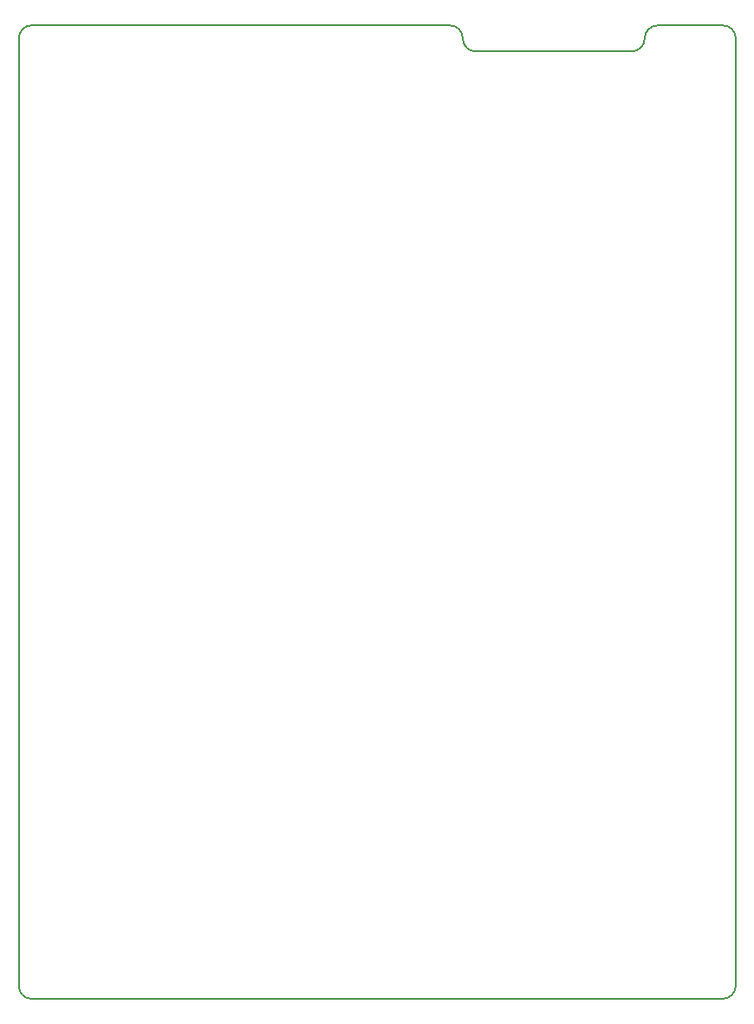
<source format=gbr>
G04 #@! TF.GenerationSoftware,KiCad,Pcbnew,(5.0.2)-1*
G04 #@! TF.CreationDate,2019-09-26T18:13:48+02:00*
G04 #@! TF.ProjectId,AskSinAnalyzer,41736b53-696e-4416-9e61-6c797a65722e,V2.0.1*
G04 #@! TF.SameCoordinates,Original*
G04 #@! TF.FileFunction,Profile,NP*
%FSLAX46Y46*%
G04 Gerber Fmt 4.6, Leading zero omitted, Abs format (unit mm)*
G04 Created by KiCad (PCBNEW (5.0.2)-1) date 26.09.2019 18:13:48*
%MOMM*%
%LPD*%
G01*
G04 APERTURE LIST*
%ADD10C,0.150000*%
G04 APERTURE END LIST*
D10*
X172720000Y-50800000D02*
X179070000Y-50800000D01*
X171450000Y-52070000D02*
G75*
G02X172720000Y-50800000I1270000J0D01*
G01*
X152400000Y-50800000D02*
G75*
G02X153670000Y-52070000I0J-1270000D01*
G01*
X154940000Y-53340000D02*
G75*
G02X153670000Y-52070000I0J1270000D01*
G01*
X171450000Y-52070000D02*
G75*
G02X170180000Y-53340000I-1270000J0D01*
G01*
X154940000Y-53340000D02*
X170180000Y-53340000D01*
X180340000Y-144589500D02*
G75*
G02X179070000Y-145859500I-1270000J0D01*
G01*
X111506051Y-145858486D02*
G75*
G02X110299500Y-144627600I63449J1268986D01*
G01*
X110299500Y-52070000D02*
G75*
G02X111569500Y-50800000I1270000J0D01*
G01*
X179070000Y-50800000D02*
G75*
G02X180340000Y-52070000I0J-1270000D01*
G01*
X152400000Y-50800000D02*
X111569500Y-50800000D01*
X180340000Y-144589500D02*
X180340000Y-52070000D01*
X111506000Y-145859500D02*
X179057300Y-145859500D01*
X110299500Y-52070000D02*
X110299500Y-144640300D01*
M02*

</source>
